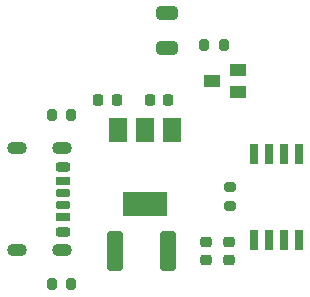
<source format=gbp>
G04 #@! TF.GenerationSoftware,KiCad,Pcbnew,7.0.9*
G04 #@! TF.CreationDate,2024-04-06T01:03:45+02:00*
G04 #@! TF.ProjectId,v3,76332e6b-6963-4616-945f-706362585858,rev?*
G04 #@! TF.SameCoordinates,Original*
G04 #@! TF.FileFunction,Paste,Bot*
G04 #@! TF.FilePolarity,Positive*
%FSLAX46Y46*%
G04 Gerber Fmt 4.6, Leading zero omitted, Abs format (unit mm)*
G04 Created by KiCad (PCBNEW 7.0.9) date 2024-04-06 01:03:45*
%MOMM*%
%LPD*%
G01*
G04 APERTURE LIST*
G04 Aperture macros list*
%AMRoundRect*
0 Rectangle with rounded corners*
0 $1 Rounding radius*
0 $2 $3 $4 $5 $6 $7 $8 $9 X,Y pos of 4 corners*
0 Add a 4 corners polygon primitive as box body*
4,1,4,$2,$3,$4,$5,$6,$7,$8,$9,$2,$3,0*
0 Add four circle primitives for the rounded corners*
1,1,$1+$1,$2,$3*
1,1,$1+$1,$4,$5*
1,1,$1+$1,$6,$7*
1,1,$1+$1,$8,$9*
0 Add four rect primitives between the rounded corners*
20,1,$1+$1,$2,$3,$4,$5,0*
20,1,$1+$1,$4,$5,$6,$7,0*
20,1,$1+$1,$6,$7,$8,$9,0*
20,1,$1+$1,$8,$9,$2,$3,0*%
G04 Aperture macros list end*
%ADD10R,0.650000X1.700000*%
%ADD11RoundRect,0.225000X0.225000X0.250000X-0.225000X0.250000X-0.225000X-0.250000X0.225000X-0.250000X0*%
%ADD12RoundRect,0.225000X0.250000X-0.225000X0.250000X0.225000X-0.250000X0.225000X-0.250000X-0.225000X0*%
%ADD13RoundRect,0.200000X-0.275000X0.200000X-0.275000X-0.200000X0.275000X-0.200000X0.275000X0.200000X0*%
%ADD14RoundRect,0.200000X0.200000X0.275000X-0.200000X0.275000X-0.200000X-0.275000X0.200000X-0.275000X0*%
%ADD15RoundRect,0.250000X-0.400000X-1.450000X0.400000X-1.450000X0.400000X1.450000X-0.400000X1.450000X0*%
%ADD16R,1.500000X2.000000*%
%ADD17R,3.800000X2.000000*%
%ADD18RoundRect,0.250000X0.650000X-0.325000X0.650000X0.325000X-0.650000X0.325000X-0.650000X-0.325000X0*%
%ADD19R,1.400000X1.000000*%
%ADD20RoundRect,0.175000X0.425000X-0.175000X0.425000X0.175000X-0.425000X0.175000X-0.425000X-0.175000X0*%
%ADD21RoundRect,0.190000X-0.410000X0.190000X-0.410000X-0.190000X0.410000X-0.190000X0.410000X0.190000X0*%
%ADD22RoundRect,0.200000X-0.400000X0.200000X-0.400000X-0.200000X0.400000X-0.200000X0.400000X0.200000X0*%
%ADD23RoundRect,0.175000X-0.425000X0.175000X-0.425000X-0.175000X0.425000X-0.175000X0.425000X0.175000X0*%
%ADD24RoundRect,0.190000X0.410000X-0.190000X0.410000X0.190000X-0.410000X0.190000X-0.410000X-0.190000X0*%
%ADD25RoundRect,0.200000X0.400000X-0.200000X0.400000X0.200000X-0.400000X0.200000X-0.400000X-0.200000X0*%
%ADD26O,1.700000X1.100000*%
G04 APERTURE END LIST*
D10*
X152595000Y-92250000D03*
X153865000Y-92250000D03*
X155135000Y-92250000D03*
X156405000Y-92250000D03*
X156405000Y-99550000D03*
X155135000Y-99550000D03*
X153865000Y-99550000D03*
X152595000Y-99550000D03*
D11*
X141000000Y-87700000D03*
X139450000Y-87700000D03*
D12*
X150500000Y-101250000D03*
X150500000Y-99700000D03*
D13*
X150600000Y-95050000D03*
X150600000Y-96700000D03*
D14*
X137150000Y-89000000D03*
X135500000Y-89000000D03*
D15*
X140900000Y-100500000D03*
X145350000Y-100500000D03*
D14*
X137150000Y-103300000D03*
X135500000Y-103300000D03*
D16*
X141100000Y-90200000D03*
X143400000Y-90200000D03*
D17*
X143400000Y-96500000D03*
D16*
X145700000Y-90200000D03*
D18*
X145300000Y-83300000D03*
X145300000Y-80350000D03*
D14*
X150050000Y-83000000D03*
X148400000Y-83000000D03*
D19*
X149100000Y-86100000D03*
X151300000Y-87050000D03*
X151300000Y-85150000D03*
D20*
X136480000Y-96580000D03*
D21*
X136480000Y-94560000D03*
D22*
X136480000Y-93330000D03*
D23*
X136480000Y-95580000D03*
D24*
X136480000Y-97600000D03*
D25*
X136480000Y-98830000D03*
D26*
X132600000Y-100400000D03*
X136400000Y-100400000D03*
X132600000Y-91760000D03*
X136400000Y-91760000D03*
D12*
X148600000Y-101250000D03*
X148600000Y-99700000D03*
D11*
X145350000Y-87700000D03*
X143800000Y-87700000D03*
M02*

</source>
